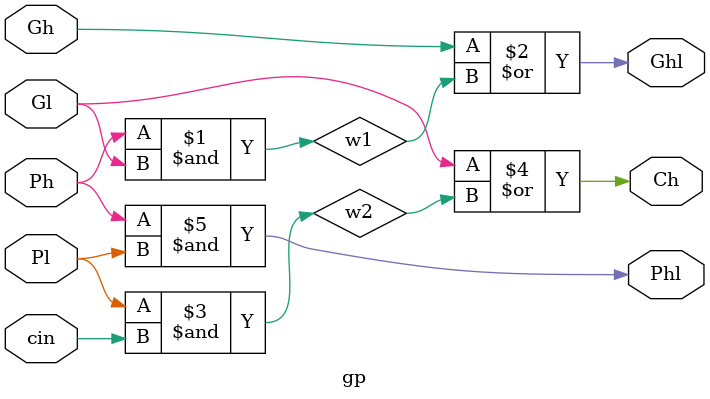
<source format=v>
module gp(Gh, Ph, Gl, Pl, cin, Ch, Ghl, Phl);

input Gh, Ph, Gl, Pl, cin;
output Ch, Ghl, Phl;

wire w1, w2;
and and1(w1, Ph, Gl);
or or1(Ghl, Gh, w1);

and and2(w2, Pl, cin);
or or2(Ch, Gl, w2);
and and3(Phl, Ph, Pl);


endmodule
</source>
